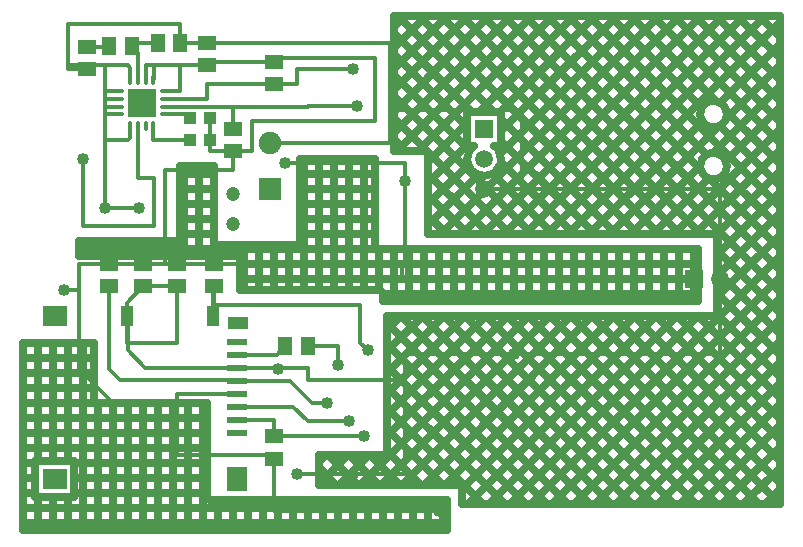
<source format=gbr>
G04 DipTrace 2.4.0.2*
%INBottom.gbr*%
%MOMM*%
%ADD14C,0.33*%
%ADD15C,0.635*%
%ADD16R,1.7X0.5*%
%ADD17R,1.0X1.7*%
%ADD18R,1.7X1.0*%
%ADD19R,1.7X2.0*%
%ADD20R,2.0X1.7*%
%ADD22R,1.9X1.9*%
%ADD23C,1.9*%
%ADD25R,1.5X1.5*%
%ADD26C,1.5*%
%ADD27R,1.5X1.3*%
%ADD28R,1.3X1.5*%
%ADD31O,0.85X0.35*%
%ADD32O,0.35X0.85*%
%ADD33R,2.4X2.4*%
%ADD40R,1.1X1.0*%
%ADD48C,1.2*%
%ADD49C,1.016*%
%FSLAX53Y53*%
G04*
G71*
G90*
G75*
G01*
%LNBottom*%
%LPD*%
X29368Y22508D2*
D14*
X24288D1*
Y21555D1*
X19083D1*
X16033Y24605D1*
Y31273D1*
Y33490D1*
X21430D1*
X24288D2*
X23335D1*
X21430D1*
X27463D2*
X24288D1*
X32543Y16990D2*
X32223D1*
Y17303D1*
X24288D1*
Y21555D1*
X18573Y33490D2*
X16033D1*
X27145Y43973D2*
Y45878D1*
X21663Y49098D2*
Y50323D1*
X22383D1*
Y49167D1*
X22313Y49098D1*
X23288Y48123D2*
X24605D1*
Y50323D1*
X22383D1*
X26828Y50328D2*
Y50323D1*
X24605D1*
X29050Y43025D2*
X27145D1*
Y45878D1*
Y43973D2*
Y43025D1*
X32543Y50635D2*
X26828D1*
Y50328D1*
X46513Y12540D2*
X32543D1*
Y16990D1*
X29050Y43025D2*
Y41433D1*
X23335D1*
Y33490D1*
X68103Y32225D2*
X43338D1*
Y33490D1*
X43655D1*
Y40480D1*
X27463Y33490D2*
X43338D1*
X33495Y42068D2*
X43655D1*
Y40480D1*
X29050Y43025D2*
X30638D1*
Y45560D1*
X41115D1*
Y50958D1*
X32865D1*
X32543Y50635D1*
X14763Y31273D2*
X16033D1*
X23288Y46173D2*
X25240D1*
Y46083D1*
X25445Y45878D1*
X22313Y45198D2*
Y43973D1*
X25445D1*
X20068Y29108D2*
Y30228D1*
X21430Y31590D1*
X24288D2*
X21430D1*
X24288D2*
Y26828D1*
X20068D1*
Y29108D1*
X29368Y24708D2*
X21643D1*
X20160Y26190D1*
Y29015D1*
X20068Y29108D1*
X19388Y46173D2*
X18255D1*
Y46823D1*
X19388D1*
Y47473D2*
X18255D1*
Y48100D1*
X19366D1*
X19388Y48123D1*
X18255Y47473D2*
Y46823D1*
X20363Y49098D2*
Y50119D1*
X20160Y50323D1*
X18255D1*
Y48100D1*
X20363Y45198D2*
Y44176D1*
X20160Y43973D1*
X18255D1*
Y46173D1*
X16668Y50005D2*
X15080D1*
Y53815D1*
X24605D1*
Y52228D1*
X18255Y50323D2*
X15080D1*
Y50005D1*
X26828Y52228D2*
X24605D1*
X70303Y32225D2*
Y39845D1*
X50323D1*
X26828Y52228D2*
X42385D1*
Y44965D1*
Y46513D1*
X53498D1*
Y39845D1*
X50323D1*
X32225Y43695D2*
X42385D1*
Y44965D1*
X29368Y24708D2*
X32860D1*
X35400D1*
Y23653D1*
X43655D1*
Y25875D1*
X52863D1*
X70303D1*
Y32225D1*
X52863Y25875D2*
D3*
X18255Y38258D2*
Y47473D1*
X21113Y38258D2*
X18255D1*
X34448Y15715D2*
X39210D1*
X43655D1*
Y23653D1*
X39210Y15715D2*
D3*
X32860Y24605D2*
Y24708D1*
X21013Y45198D2*
Y40798D1*
X22383D1*
Y36670D1*
X16350D1*
Y42385D1*
X29368Y25808D2*
X32798D1*
X33500Y26510D1*
X18573Y51910D2*
Y51905D1*
X16668D1*
X21013Y49098D2*
Y51369D1*
X20473Y51910D1*
X22705Y52228D2*
X20790D1*
X20473Y51910D1*
X32543Y48735D2*
X26828D1*
Y47473D1*
X23288D1*
X39210Y50005D2*
X34448D1*
Y48735D1*
X32543D1*
X27368Y29108D2*
Y31495D1*
X27463Y31590D1*
Y30003D1*
X39845D1*
Y26828D1*
X40480Y26193D1*
X29368Y20308D2*
X32543D1*
Y18890D1*
X40163D2*
X32543D1*
X29368Y21408D2*
X34153D1*
X35400Y20160D1*
X38893D1*
X35400Y26510D2*
X37940D1*
Y24923D1*
X18573Y31590D2*
Y24605D1*
X19525Y23653D1*
X29323D1*
X29368Y23608D1*
X33858D1*
X35718Y21748D1*
X36988D1*
X29050Y44925D2*
Y46823D1*
X23288D1*
X29050D2*
X35400D1*
Y46830D1*
X39528D1*
D49*
X39210Y50005D3*
X39528Y46830D3*
X46513Y12540D3*
X36988Y21748D3*
X38893Y20160D3*
X40163Y18890D3*
X37940Y24923D3*
X40480Y26193D3*
X52863Y25875D3*
X43655Y40480D3*
X33495Y42068D3*
X14763Y31273D3*
X18255Y38258D3*
X21113D3*
X34448Y15715D3*
X39210D3*
X32860Y24605D3*
X16350Y42385D3*
X43492Y54405D2*
D15*
X42750Y53664D1*
X45288Y54405D2*
X42750Y51867D1*
X47084Y54405D2*
X42750Y50071D1*
X48880Y54405D2*
X42750Y48275D1*
X50676Y54405D2*
X42750Y46479D1*
X52472Y54405D2*
X42750Y44683D1*
X54268Y54405D2*
X42926Y43063D1*
X56064Y54405D2*
X44722Y43063D1*
X57860Y54405D2*
X49850Y46395D1*
X48855Y45400D2*
X45606Y42151D1*
X59656Y54405D2*
X51646Y46395D1*
X48855Y43604D2*
X45606Y40355D1*
X61452Y54405D2*
X51787Y44739D1*
X48933Y41885D2*
X45606Y38558D1*
X63248Y54405D2*
X51716Y42873D1*
X49831Y40987D2*
X45606Y36762D1*
X65044Y54405D2*
X46721Y36082D1*
X66840Y54405D2*
X48517Y36082D1*
X68637Y54405D2*
X50313Y36082D1*
X43236Y29004D2*
X42112Y27880D1*
X70433Y54405D2*
X52109Y36082D1*
X45032Y29004D2*
X42112Y26084D1*
X72229Y54405D2*
X53905Y36082D1*
X46828Y29004D2*
X42112Y24288D1*
X74025Y54405D2*
X55701Y36082D1*
X48624Y29004D2*
X42112Y22492D1*
X36879Y17260D2*
X36394Y16774D1*
X75360Y53944D2*
X57493Y36077D1*
X50422Y29007D2*
X42114Y20699D1*
X38671Y17255D2*
X36396Y14981D1*
X75360Y52148D2*
X70395Y47183D1*
X68755Y45543D2*
X59289Y36077D1*
X52218Y29007D2*
X42114Y18903D1*
X40467Y17255D2*
X38017Y14805D1*
X75360Y50352D2*
X70844Y45836D1*
X70095Y45087D2*
X61085Y36077D1*
X54014Y29007D2*
X39813Y14805D1*
X75360Y48556D2*
X69757Y42953D1*
X68586Y41783D2*
X62881Y36077D1*
X55811Y29007D2*
X41609Y14805D1*
X75360Y46760D2*
X70837Y42237D1*
X69295Y40695D2*
X64677Y36077D1*
X57607Y29007D2*
X43405Y14805D1*
X75360Y44964D2*
X66473Y36077D1*
X59403Y29007D2*
X45201Y14805D1*
X75360Y43168D2*
X68269Y36077D1*
X61199Y29007D2*
X46997Y14805D1*
X75360Y41372D2*
X70051Y36063D1*
X62995Y29007D2*
X48464Y14476D1*
X75360Y39576D2*
X70051Y34267D1*
X64791Y29007D2*
X49004Y13220D1*
X75360Y37780D2*
X70051Y32471D1*
X66587Y29007D2*
X50800Y13220D1*
X75360Y35984D2*
X70051Y30675D1*
X68383Y29007D2*
X52596Y13220D1*
X75360Y34188D2*
X54392Y13220D1*
X75360Y32392D2*
X56188Y13220D1*
X75360Y30596D2*
X57984Y13220D1*
X75360Y28800D2*
X59780Y13220D1*
X75360Y27004D2*
X61576Y13220D1*
X75360Y25208D2*
X63372Y13220D1*
X75360Y23412D2*
X65168Y13220D1*
X75360Y21616D2*
X66964Y13220D1*
X75360Y19820D2*
X68760Y13220D1*
X75360Y18023D2*
X70556Y13220D1*
X75360Y16227D2*
X72352Y13220D1*
X75360Y14431D2*
X74148Y13220D1*
X73654Y54405D2*
X75364Y52695D1*
X71858Y54405D2*
X75360Y50903D1*
X70062Y54405D2*
X75360Y49107D1*
X68266Y54405D2*
X75360Y47311D1*
X66470Y54405D2*
X75360Y45515D1*
X64674Y54405D2*
X75360Y43719D1*
X62878Y54405D2*
X69961Y47321D1*
X70886Y46397D2*
X75360Y41923D1*
X61082Y54405D2*
X68720Y46767D1*
X70332Y45155D2*
X75360Y40127D1*
X59285Y54405D2*
X75360Y38330D1*
X57489Y54405D2*
X69113Y42782D1*
X70746Y41149D2*
X75360Y36534D1*
X55693Y54405D2*
X68649Y41449D1*
X69413Y40686D2*
X75360Y34738D1*
X53897Y54405D2*
X75360Y32942D1*
X52101Y54405D2*
X75360Y31146D1*
X50305Y54405D2*
X68628Y36082D1*
X70051Y34659D2*
X75360Y29350D1*
X48509Y54405D2*
X66832Y36082D1*
X70051Y32863D2*
X75360Y27554D1*
X46713Y54405D2*
X65036Y36082D1*
X70051Y31067D2*
X75360Y25758D1*
X44917Y54405D2*
X63240Y36082D1*
X70051Y29271D2*
X75360Y23962D1*
X43121Y54405D2*
X51131Y46395D1*
X51789Y45737D2*
X61444Y36082D1*
X68522Y29004D2*
X75364Y22162D1*
X42746Y52984D2*
X49335Y46395D1*
X51789Y43941D2*
X59648Y36082D1*
X66726Y29004D2*
X75364Y20366D1*
X42746Y51188D2*
X48858Y45076D1*
X51775Y42159D2*
X57852Y36082D1*
X64930Y29004D2*
X75364Y18570D1*
X42746Y49392D2*
X49026Y43112D1*
X51045Y41093D2*
X56056Y36082D1*
X63134Y29004D2*
X75364Y16774D1*
X42750Y47592D2*
X54265Y36077D1*
X61335Y29007D2*
X75361Y14981D1*
X42750Y45796D2*
X45481Y43065D1*
X45575Y42971D2*
X52469Y36077D1*
X59539Y29007D2*
X75326Y13220D1*
X42750Y44000D2*
X43685Y43065D1*
X45606Y41144D2*
X50673Y36077D1*
X57743Y29007D2*
X73530Y13220D1*
X45606Y39348D2*
X48876Y36077D1*
X55947Y29007D2*
X71734Y13220D1*
X45606Y37552D2*
X47080Y36077D1*
X54151Y29007D2*
X69938Y13220D1*
X52355Y29007D2*
X68142Y13220D1*
X50559Y29007D2*
X66346Y13220D1*
X48763Y29007D2*
X64550Y13220D1*
X46967Y29007D2*
X62754Y13220D1*
X45171Y29007D2*
X60958Y13220D1*
X43375Y29007D2*
X59162Y13220D1*
X42112Y28474D2*
X57366Y13220D1*
X42112Y26677D2*
X55570Y13220D1*
X42112Y24881D2*
X53774Y13220D1*
X42112Y23085D2*
X51977Y13220D1*
X42112Y21289D2*
X50181Y13220D1*
X42112Y19493D2*
X46800Y14805D1*
X42112Y17697D2*
X45004Y14805D1*
X40758Y17255D2*
X43208Y14805D1*
X38962Y17255D2*
X41412Y14805D1*
X37166Y17255D2*
X39616Y14805D1*
X36397Y16227D2*
X37820Y14805D1*
X70828Y41472D2*
X70698Y41184D1*
X70493Y40943D1*
X70228Y40769D1*
X69926Y40676D1*
X69609Y40671D1*
X69304Y40755D1*
X69034Y40920D1*
X68821Y41154D1*
X68682Y41439D1*
X68628Y41750D1*
X68662Y42065D1*
X68784Y42357D1*
X68981Y42604D1*
X69240Y42786D1*
X69540Y42889D1*
X69856Y42903D1*
X70164Y42829D1*
X70438Y42673D1*
X70659Y42445D1*
X70807Y42166D1*
X70873Y41785D1*
X70828Y41472D1*
Y45872D2*
X70698Y45584D1*
X70493Y45343D1*
X70228Y45169D1*
X69926Y45076D1*
X69609Y45071D1*
X69304Y45155D1*
X69034Y45320D1*
X68821Y45554D1*
X68682Y45839D1*
X68628Y46150D1*
X68662Y46465D1*
X68784Y46757D1*
X68981Y47004D1*
X69240Y47186D1*
X69540Y47289D1*
X69856Y47303D1*
X70164Y47229D1*
X70438Y47073D1*
X70659Y46845D1*
X70807Y46566D1*
X70873Y46185D1*
X70828Y45872D1*
X49217Y46348D2*
X51745D1*
Y43502D1*
X51200D1*
X51406Y43307D1*
X51584Y43044D1*
X51698Y42749D1*
X51745Y42385D1*
X51710Y42070D1*
X51606Y41771D1*
X51438Y41502D1*
X51215Y41277D1*
X50948Y41107D1*
X50650Y41000D1*
X50335Y40962D1*
X50020Y40995D1*
X49720Y41096D1*
X49449Y41261D1*
X49222Y41482D1*
X49050Y41748D1*
X48941Y42046D1*
X48900Y42360D1*
X48930Y42675D1*
X49028Y42976D1*
X49191Y43248D1*
X49452Y43504D1*
X48900Y43502D1*
Y46348D1*
X49217D1*
X42703Y54133D2*
Y43020D1*
X45243D1*
X45510Y42865D1*
X45560Y42703D1*
Y36035D1*
X69690D1*
X69958Y35880D1*
X70008Y35718D1*
Y29368D1*
X69852Y29100D1*
X69690Y29050D1*
X42068D1*
Y17620D1*
X41912Y17352D1*
X41750Y17303D1*
X36353D1*
Y14763D1*
X48100D1*
X48368Y14607D1*
X48418Y14445D1*
Y13175D1*
X75405D1*
Y54450D1*
X42703D1*
Y54133D1*
X24664Y41115D2*
X27404D1*
X34824D2*
X41056D1*
X24664Y39845D2*
X27404D1*
X34824D2*
X41056D1*
X24664Y38575D2*
X27404D1*
X34824D2*
X41056D1*
X24664Y37305D2*
X27404D1*
X34824D2*
X41056D1*
X24664Y36035D2*
X27404D1*
X34824D2*
X41056D1*
X16096Y34765D2*
X68361D1*
X29744Y33495D2*
X68361D1*
X29744Y32225D2*
X68361D1*
X41809Y30955D2*
X68361D1*
X17303Y35341D2*
Y34189D1*
X18573Y35341D2*
Y34189D1*
X19843Y35341D2*
Y34189D1*
X21113Y35341D2*
Y34189D1*
X22383Y35341D2*
Y34189D1*
X23653Y35341D2*
Y34189D1*
X24923Y41691D2*
Y34189D1*
X26193Y41691D2*
Y34189D1*
X27463Y41691D2*
Y34189D1*
X28733Y35024D2*
Y34189D1*
X30003Y35024D2*
Y31331D1*
X31273Y35024D2*
Y31331D1*
X32543Y35024D2*
Y31331D1*
X33813Y35024D2*
Y31331D1*
X35083Y42322D2*
Y31331D1*
X36353Y42322D2*
Y31331D1*
X37623Y42322D2*
Y31331D1*
X38893Y42322D2*
Y31331D1*
X40163Y42322D2*
Y31331D1*
X41433Y34706D2*
Y31331D1*
X42703Y34706D2*
Y30384D1*
X43973Y34706D2*
Y30384D1*
X45243Y34706D2*
Y30384D1*
X46513Y34706D2*
Y30384D1*
X47783Y34706D2*
Y30384D1*
X49053Y34706D2*
Y30384D1*
X50323Y34706D2*
Y30384D1*
X51593Y34706D2*
Y30384D1*
X52863Y34706D2*
Y30384D1*
X54133Y34706D2*
Y30384D1*
X55403Y34706D2*
Y30384D1*
X56673Y34706D2*
Y30384D1*
X57943Y34706D2*
Y30384D1*
X59213Y34706D2*
Y30384D1*
X60483Y34706D2*
Y30384D1*
X61753Y34706D2*
Y30384D1*
X63023Y34706D2*
Y30384D1*
X64293Y34706D2*
Y30384D1*
X65563Y34706D2*
Y30384D1*
X66833Y34706D2*
Y30384D1*
X68103Y34706D2*
Y30384D1*
Y34765D2*
X41433D1*
X41165Y34920D1*
X41115Y35083D1*
Y42385D1*
X34765D1*
Y35400D1*
X34610Y35132D1*
X34448Y35083D1*
X27780D1*
X27512Y35238D1*
X27463Y35400D1*
Y41750D1*
X24605D1*
Y35718D1*
X24450Y35450D1*
X24288Y35400D1*
X16033D1*
Y34130D1*
X29368D1*
X29635Y33975D1*
X29685Y33813D1*
Y31273D1*
X41433D1*
X41700Y31117D1*
X41750Y30955D1*
Y30320D1*
X68420D1*
Y34765D1*
X68103D1*
X11334Y25558D2*
X17244D1*
X11334Y24288D2*
X17244D1*
X11334Y23018D2*
X17244D1*
X11334Y21748D2*
X26769D1*
X11334Y20478D2*
X26769D1*
X11334Y19208D2*
X26769D1*
X11334Y17938D2*
X26769D1*
X11334Y16668D2*
X12233D1*
X15704D2*
X26769D1*
X11334Y15398D2*
X12233D1*
X15704D2*
X26769D1*
X11334Y14128D2*
X12233D1*
X15704D2*
X26769D1*
X11334Y12858D2*
X47089D1*
X11334Y11588D2*
X47089D1*
X12540Y26764D2*
Y16895D1*
Y13722D2*
Y11011D1*
X13810Y26764D2*
Y16895D1*
Y13722D2*
Y11011D1*
X15080Y26764D2*
Y16895D1*
Y13722D2*
Y11011D1*
X16350Y26764D2*
Y11011D1*
X17620Y21689D2*
Y11011D1*
X18890Y21689D2*
Y11011D1*
X20160Y21689D2*
Y11011D1*
X21430Y21689D2*
Y11011D1*
X22700Y21689D2*
Y11011D1*
X23970Y21689D2*
Y11011D1*
X25240Y21689D2*
Y11011D1*
X26510Y21689D2*
Y11011D1*
X27780Y13434D2*
Y11011D1*
X29050Y13434D2*
Y11011D1*
X30320Y13434D2*
Y11011D1*
X31590Y13434D2*
Y11011D1*
X32860Y13434D2*
Y11011D1*
X34130Y13434D2*
Y11011D1*
X35400Y13434D2*
Y11011D1*
X36670Y13434D2*
Y11011D1*
X37940Y13434D2*
Y11011D1*
X39210Y13434D2*
Y11011D1*
X40480Y13434D2*
Y11011D1*
X41750Y13434D2*
Y11011D1*
X43020Y13434D2*
Y11011D1*
X44290Y13434D2*
Y11011D1*
X45560Y13434D2*
Y11011D1*
X46830Y13434D2*
Y11011D1*
X12612Y16830D2*
X15640D1*
Y13785D1*
X12295D1*
Y16830D1*
X12612D1*
X46830Y13493D2*
X27145D1*
X26877Y13648D1*
X26828Y13810D1*
Y21748D1*
X17620D1*
X17352Y21903D1*
X17303Y22065D1*
Y26828D1*
X11270D1*
Y10953D1*
X47148D1*
Y13493D1*
X46830D1*
D16*
X29368Y19208D3*
Y20308D3*
Y21408D3*
Y22508D3*
Y23608D3*
Y24708D3*
Y25808D3*
Y26908D3*
D17*
X27368Y29108D3*
X20068D3*
D18*
X29468Y28508D3*
D19*
X29368Y15308D3*
D20*
X13968D3*
Y29108D3*
D22*
X32225Y39845D3*
D23*
Y43695D3*
D25*
X68103Y32225D3*
D26*
X70303D3*
D27*
X16668Y50005D3*
Y51905D3*
X24288Y31590D3*
Y33490D3*
D28*
X24605Y52228D3*
X22705D3*
D27*
X21430Y31590D3*
Y33490D3*
X26828Y52228D3*
Y50328D3*
D31*
X23288Y48123D3*
Y47473D3*
Y46823D3*
Y46173D3*
D32*
X22313Y45198D3*
X21663D3*
X21013D3*
X20363D3*
D31*
X19388Y46173D3*
Y46823D3*
Y47473D3*
Y48123D3*
D32*
X20363Y49098D3*
X21013D3*
X21663D3*
X22313D3*
D33*
X21338Y47148D3*
D25*
X50323Y44925D3*
D26*
Y42385D3*
Y39845D3*
D27*
X29050Y44925D3*
Y43025D3*
X32543Y48735D3*
Y50635D3*
D28*
X35400Y26510D3*
X33500D3*
X18573Y51910D3*
X20473D3*
D27*
X27463Y31590D3*
Y33490D3*
X18573Y31590D3*
Y33490D3*
X32543Y18890D3*
Y16990D3*
D40*
X27145Y45878D3*
X25445D3*
X27145Y43973D3*
X25445D3*
D48*
X29050Y36907D3*
Y39447D3*
M02*

</source>
